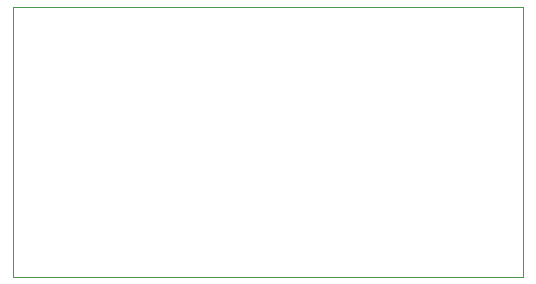
<source format=gbr>
G04 #@! TF.GenerationSoftware,KiCad,Pcbnew,(5.1.10)-1*
G04 #@! TF.CreationDate,2021-12-17T12:19:08+00:00*
G04 #@! TF.ProjectId,Updifier,55706469-6669-4657-922e-6b696361645f,rev?*
G04 #@! TF.SameCoordinates,Original*
G04 #@! TF.FileFunction,Profile,NP*
%FSLAX46Y46*%
G04 Gerber Fmt 4.6, Leading zero omitted, Abs format (unit mm)*
G04 Created by KiCad (PCBNEW (5.1.10)-1) date 2021-12-17 12:19:08*
%MOMM*%
%LPD*%
G01*
G04 APERTURE LIST*
G04 #@! TA.AperFunction,Profile*
%ADD10C,0.050000*%
G04 #@! TD*
G04 APERTURE END LIST*
D10*
X189230000Y-48260000D02*
X146050000Y-48260000D01*
X189230000Y-71120000D02*
X146050000Y-71120000D01*
X189230000Y-48260000D02*
X189230000Y-71120000D01*
X146050000Y-71120000D02*
X146050000Y-48260000D01*
M02*

</source>
